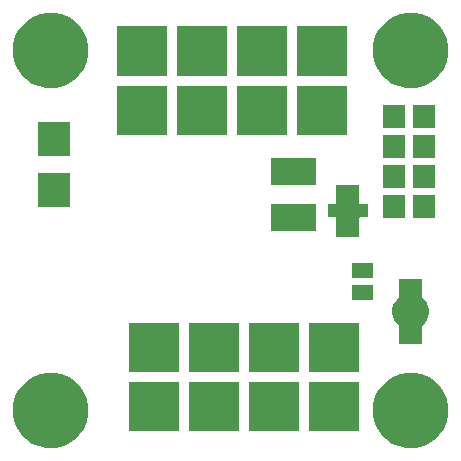
<source format=gbr>
G04 #@! TF.GenerationSoftware,KiCad,Pcbnew,(2017-02-05 revision 431abcf)-makepkg*
G04 #@! TF.CreationDate,2017-03-30T07:50:37+02:00*
G04 #@! TF.ProjectId,UNIPOWER06A,554E49504F5745523036412E6B696361,rev?*
G04 #@! TF.FileFunction,Soldermask,Bot*
G04 #@! TF.FilePolarity,Negative*
%FSLAX46Y46*%
G04 Gerber Fmt 4.6, Leading zero omitted, Abs format (unit mm)*
G04 Created by KiCad (PCBNEW (2017-02-05 revision 431abcf)-makepkg) date 03/30/17 07:50:37*
%MOMM*%
%LPD*%
G01*
G04 APERTURE LIST*
%ADD10C,0.300000*%
G04 APERTURE END LIST*
D10*
G36*
X5416110Y8277872D02*
X6030848Y8151685D01*
X6609363Y7908500D01*
X7129631Y7557574D01*
X7571824Y7112283D01*
X7919105Y6589582D01*
X8158249Y6009378D01*
X8280004Y5394466D01*
X8280004Y5394449D01*
X8280137Y5393776D01*
X8270128Y4676993D01*
X8269977Y4676330D01*
X8269977Y4676306D01*
X8131099Y4065032D01*
X7875851Y3491739D01*
X7514107Y2978933D01*
X7059653Y2546162D01*
X6529787Y2209900D01*
X5944712Y1982964D01*
X5326688Y1873989D01*
X4699273Y1887132D01*
X4086359Y2021890D01*
X3511293Y2273129D01*
X2995980Y2631282D01*
X2560044Y3082706D01*
X2220093Y3610208D01*
X1989075Y4193693D01*
X1875790Y4810936D01*
X1884551Y5438424D01*
X2015027Y6052266D01*
X2262248Y6629075D01*
X2616795Y7146877D01*
X3065163Y7585952D01*
X3590276Y7929576D01*
X4172132Y8164661D01*
X4788571Y8282254D01*
X5416110Y8277872D01*
X5416110Y8277872D01*
G37*
G36*
X35896110Y8277872D02*
X36510848Y8151685D01*
X37089363Y7908500D01*
X37609631Y7557574D01*
X38051824Y7112283D01*
X38399105Y6589582D01*
X38638249Y6009378D01*
X38760004Y5394466D01*
X38760004Y5394449D01*
X38760137Y5393776D01*
X38750128Y4676993D01*
X38749977Y4676330D01*
X38749977Y4676306D01*
X38611099Y4065032D01*
X38355851Y3491739D01*
X37994107Y2978933D01*
X37539653Y2546162D01*
X37009787Y2209900D01*
X36424712Y1982964D01*
X35806688Y1873989D01*
X35179273Y1887132D01*
X34566359Y2021890D01*
X33991293Y2273129D01*
X33475980Y2631282D01*
X33040044Y3082706D01*
X32700093Y3610208D01*
X32469075Y4193693D01*
X32355790Y4810936D01*
X32364551Y5438424D01*
X32495027Y6052266D01*
X32742248Y6629075D01*
X33096795Y7146877D01*
X33545163Y7585952D01*
X34070276Y7929576D01*
X34652132Y8164661D01*
X35268571Y8282254D01*
X35896110Y8277872D01*
X35896110Y8277872D01*
G37*
G36*
X15948000Y3309000D02*
X11738000Y3309000D01*
X11738000Y7519000D01*
X15948000Y7519000D01*
X15948000Y3309000D01*
X15948000Y3309000D01*
G37*
G36*
X21028000Y3309000D02*
X16818000Y3309000D01*
X16818000Y7519000D01*
X21028000Y7519000D01*
X21028000Y3309000D01*
X21028000Y3309000D01*
G37*
G36*
X31188000Y3309000D02*
X26978000Y3309000D01*
X26978000Y7519000D01*
X31188000Y7519000D01*
X31188000Y3309000D01*
X31188000Y3309000D01*
G37*
G36*
X26108000Y3309000D02*
X21898000Y3309000D01*
X21898000Y7519000D01*
X26108000Y7519000D01*
X26108000Y3309000D01*
X26108000Y3309000D01*
G37*
G36*
X15948000Y8309000D02*
X11738000Y8309000D01*
X11738000Y12519000D01*
X15948000Y12519000D01*
X15948000Y8309000D01*
X15948000Y8309000D01*
G37*
G36*
X21028000Y8309000D02*
X16818000Y8309000D01*
X16818000Y12519000D01*
X21028000Y12519000D01*
X21028000Y8309000D01*
X21028000Y8309000D01*
G37*
G36*
X26108000Y8309000D02*
X21898000Y8309000D01*
X21898000Y12519000D01*
X26108000Y12519000D01*
X26108000Y8309000D01*
X26108000Y8309000D01*
G37*
G36*
X31188000Y8309000D02*
X26978000Y8309000D01*
X26978000Y12519000D01*
X31188000Y12519000D01*
X31188000Y8309000D01*
X31188000Y8309000D01*
G37*
G36*
X36510000Y14744112D02*
X36511921Y14724603D01*
X36517612Y14705844D01*
X36526853Y14688555D01*
X36539289Y14673401D01*
X36551740Y14663137D01*
X36766980Y14446389D01*
X36935193Y14193206D01*
X37051030Y13912165D01*
X37109934Y13614678D01*
X37109934Y13614658D01*
X37110067Y13613985D01*
X37105219Y13266793D01*
X37105067Y13266125D01*
X37105067Y13266107D01*
X37037878Y12970375D01*
X36914241Y12692680D01*
X36739025Y12444296D01*
X36541038Y12255756D01*
X36528235Y12240911D01*
X36518575Y12223853D01*
X36512427Y12205239D01*
X36510000Y12183339D01*
X36510000Y10737000D01*
X34610000Y10737000D01*
X34610000Y12182304D01*
X34608079Y12201813D01*
X34602388Y12220572D01*
X34593147Y12237861D01*
X34580711Y12253015D01*
X34567071Y12264419D01*
X34550552Y12275900D01*
X34339395Y12494559D01*
X34174731Y12750068D01*
X34062829Y13032697D01*
X34007958Y13331671D01*
X34012202Y13635611D01*
X34075402Y13932946D01*
X34195147Y14212332D01*
X34366884Y14463146D01*
X34579966Y14671812D01*
X34592561Y14686834D01*
X34601982Y14704025D01*
X34607869Y14722724D01*
X34610000Y14743259D01*
X34610000Y16187000D01*
X36510000Y16187000D01*
X36510000Y14744112D01*
X36510000Y14744112D01*
G37*
G36*
X32394500Y14405000D02*
X30597500Y14405000D01*
X30597500Y15694000D01*
X32394500Y15694000D01*
X32394500Y14405000D01*
X32394500Y14405000D01*
G37*
G36*
X32394500Y16310000D02*
X30597500Y16310000D01*
X30597500Y17599000D01*
X32394500Y17599000D01*
X32394500Y16310000D01*
X32394500Y16310000D01*
G37*
G36*
X31176000Y22621000D02*
X31177921Y22601491D01*
X31183612Y22582732D01*
X31192853Y22565443D01*
X31205289Y22550289D01*
X31220443Y22537853D01*
X31237732Y22528612D01*
X31256491Y22522921D01*
X31276000Y22521000D01*
X31926000Y22521000D01*
X31926000Y21421000D01*
X31276000Y21421000D01*
X31256491Y21419079D01*
X31237732Y21413388D01*
X31220443Y21404147D01*
X31205289Y21391711D01*
X31192853Y21376557D01*
X31183612Y21359268D01*
X31177921Y21340509D01*
X31176000Y21321000D01*
X31176000Y19771000D01*
X29276000Y19771000D01*
X29276000Y21321000D01*
X29274079Y21340509D01*
X29268388Y21359268D01*
X29259147Y21376557D01*
X29246711Y21391711D01*
X29231557Y21404147D01*
X29214268Y21413388D01*
X29195509Y21419079D01*
X29176000Y21421000D01*
X28526000Y21421000D01*
X28526000Y22521000D01*
X29176000Y22521000D01*
X29195509Y22522921D01*
X29214268Y22528612D01*
X29231557Y22537853D01*
X29246711Y22550289D01*
X29259147Y22565443D01*
X29268388Y22582732D01*
X29274079Y22601491D01*
X29276000Y22621000D01*
X29276000Y24171000D01*
X31176000Y24171000D01*
X31176000Y22621000D01*
X31176000Y22621000D01*
G37*
G36*
X27554000Y20268000D02*
X23754000Y20268000D01*
X23754000Y22568000D01*
X27554000Y22568000D01*
X27554000Y20268000D01*
X27554000Y20268000D01*
G37*
G36*
X37665000Y21390000D02*
X35741000Y21390000D01*
X35741000Y23314000D01*
X37665000Y23314000D01*
X37665000Y21390000D01*
X37665000Y21390000D01*
G37*
G36*
X35125000Y21390000D02*
X33201000Y21390000D01*
X33201000Y23314000D01*
X35125000Y23314000D01*
X35125000Y21390000D01*
X35125000Y21390000D01*
G37*
G36*
X6684620Y22309480D02*
X3983380Y22309480D01*
X3983380Y25208840D01*
X6684620Y25208840D01*
X6684620Y22309480D01*
X6684620Y22309480D01*
G37*
G36*
X35125000Y23930000D02*
X33201000Y23930000D01*
X33201000Y25854000D01*
X35125000Y25854000D01*
X35125000Y23930000D01*
X35125000Y23930000D01*
G37*
G36*
X37665000Y23930000D02*
X35741000Y23930000D01*
X35741000Y25854000D01*
X37665000Y25854000D01*
X37665000Y23930000D01*
X37665000Y23930000D01*
G37*
G36*
X27554000Y24168000D02*
X23754000Y24168000D01*
X23754000Y26468000D01*
X27554000Y26468000D01*
X27554000Y24168000D01*
X27554000Y24168000D01*
G37*
G36*
X35125000Y26470000D02*
X33201000Y26470000D01*
X33201000Y28394000D01*
X35125000Y28394000D01*
X35125000Y26470000D01*
X35125000Y26470000D01*
G37*
G36*
X37665000Y26470000D02*
X35741000Y26470000D01*
X35741000Y28394000D01*
X37665000Y28394000D01*
X37665000Y26470000D01*
X37665000Y26470000D01*
G37*
G36*
X6684620Y26607160D02*
X3983380Y26607160D01*
X3983380Y29506520D01*
X6684620Y29506520D01*
X6684620Y26607160D01*
X6684620Y26607160D01*
G37*
G36*
X30172000Y28375000D02*
X25962000Y28375000D01*
X25962000Y32585000D01*
X30172000Y32585000D01*
X30172000Y28375000D01*
X30172000Y28375000D01*
G37*
G36*
X20012000Y28375000D02*
X15802000Y28375000D01*
X15802000Y32585000D01*
X20012000Y32585000D01*
X20012000Y28375000D01*
X20012000Y28375000D01*
G37*
G36*
X25092000Y28375000D02*
X20882000Y28375000D01*
X20882000Y32585000D01*
X25092000Y32585000D01*
X25092000Y28375000D01*
X25092000Y28375000D01*
G37*
G36*
X14932000Y28375000D02*
X10722000Y28375000D01*
X10722000Y32585000D01*
X14932000Y32585000D01*
X14932000Y28375000D01*
X14932000Y28375000D01*
G37*
G36*
X37665000Y29010000D02*
X35741000Y29010000D01*
X35741000Y30934000D01*
X37665000Y30934000D01*
X37665000Y29010000D01*
X37665000Y29010000D01*
G37*
G36*
X35125000Y29010000D02*
X33201000Y29010000D01*
X33201000Y30934000D01*
X35125000Y30934000D01*
X35125000Y29010000D01*
X35125000Y29010000D01*
G37*
G36*
X35896110Y38757872D02*
X36510848Y38631685D01*
X37089363Y38388500D01*
X37609631Y38037574D01*
X38051824Y37592283D01*
X38399105Y37069582D01*
X38638249Y36489378D01*
X38760004Y35874466D01*
X38760004Y35874449D01*
X38760137Y35873776D01*
X38750128Y35156993D01*
X38749977Y35156330D01*
X38749977Y35156306D01*
X38611099Y34545032D01*
X38355851Y33971739D01*
X37994107Y33458933D01*
X37539653Y33026162D01*
X37009787Y32689900D01*
X36424712Y32462964D01*
X35806688Y32353989D01*
X35179273Y32367132D01*
X34566359Y32501890D01*
X33991293Y32753129D01*
X33475980Y33111282D01*
X33040044Y33562706D01*
X32700093Y34090208D01*
X32469075Y34673693D01*
X32355790Y35290936D01*
X32364551Y35918424D01*
X32495027Y36532266D01*
X32742248Y37109075D01*
X33096795Y37626877D01*
X33545163Y38065952D01*
X34070276Y38409576D01*
X34652132Y38644661D01*
X35268571Y38762254D01*
X35896110Y38757872D01*
X35896110Y38757872D01*
G37*
G36*
X5416110Y38757872D02*
X6030848Y38631685D01*
X6609363Y38388500D01*
X7129631Y38037574D01*
X7571824Y37592283D01*
X7919105Y37069582D01*
X8158249Y36489378D01*
X8280004Y35874466D01*
X8280004Y35874449D01*
X8280137Y35873776D01*
X8270128Y35156993D01*
X8269977Y35156330D01*
X8269977Y35156306D01*
X8131099Y34545032D01*
X7875851Y33971739D01*
X7514107Y33458933D01*
X7059653Y33026162D01*
X6529787Y32689900D01*
X5944712Y32462964D01*
X5326688Y32353989D01*
X4699273Y32367132D01*
X4086359Y32501890D01*
X3511293Y32753129D01*
X2995980Y33111282D01*
X2560044Y33562706D01*
X2220093Y34090208D01*
X1989075Y34673693D01*
X1875790Y35290936D01*
X1884551Y35918424D01*
X2015027Y36532266D01*
X2262248Y37109075D01*
X2616795Y37626877D01*
X3065163Y38065952D01*
X3590276Y38409576D01*
X4172132Y38644661D01*
X4788571Y38762254D01*
X5416110Y38757872D01*
X5416110Y38757872D01*
G37*
G36*
X25092000Y33375000D02*
X20882000Y33375000D01*
X20882000Y37585000D01*
X25092000Y37585000D01*
X25092000Y33375000D01*
X25092000Y33375000D01*
G37*
G36*
X14932000Y33375000D02*
X10722000Y33375000D01*
X10722000Y37585000D01*
X14932000Y37585000D01*
X14932000Y33375000D01*
X14932000Y33375000D01*
G37*
G36*
X20012000Y33375000D02*
X15802000Y33375000D01*
X15802000Y37585000D01*
X20012000Y37585000D01*
X20012000Y33375000D01*
X20012000Y33375000D01*
G37*
G36*
X30172000Y33375000D02*
X25962000Y33375000D01*
X25962000Y37585000D01*
X30172000Y37585000D01*
X30172000Y33375000D01*
X30172000Y33375000D01*
G37*
M02*

</source>
